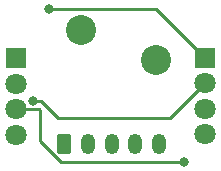
<source format=gbr>
%TF.GenerationSoftware,KiCad,Pcbnew,(6.0.9)*%
%TF.CreationDate,2023-06-19T17:18:25-04:00*%
%TF.ProjectId,ckc-mx,636b632d-6d78-42e6-9b69-6361645f7063,rev?*%
%TF.SameCoordinates,Original*%
%TF.FileFunction,Copper,L1,Top*%
%TF.FilePolarity,Positive*%
%FSLAX46Y46*%
G04 Gerber Fmt 4.6, Leading zero omitted, Abs format (unit mm)*
G04 Created by KiCad (PCBNEW (6.0.9)) date 2023-06-19 17:18:25*
%MOMM*%
%LPD*%
G01*
G04 APERTURE LIST*
G04 Aperture macros list*
%AMRoundRect*
0 Rectangle with rounded corners*
0 $1 Rounding radius*
0 $2 $3 $4 $5 $6 $7 $8 $9 X,Y pos of 4 corners*
0 Add a 4 corners polygon primitive as box body*
4,1,4,$2,$3,$4,$5,$6,$7,$8,$9,$2,$3,0*
0 Add four circle primitives for the rounded corners*
1,1,$1+$1,$2,$3*
1,1,$1+$1,$4,$5*
1,1,$1+$1,$6,$7*
1,1,$1+$1,$8,$9*
0 Add four rect primitives between the rounded corners*
20,1,$1+$1,$2,$3,$4,$5,0*
20,1,$1+$1,$4,$5,$6,$7,0*
20,1,$1+$1,$6,$7,$8,$9,0*
20,1,$1+$1,$8,$9,$2,$3,0*%
G04 Aperture macros list end*
%TA.AperFunction,ComponentPad*%
%ADD10C,2.540000*%
%TD*%
%TA.AperFunction,ComponentPad*%
%ADD11RoundRect,0.250000X-0.350000X-0.625000X0.350000X-0.625000X0.350000X0.625000X-0.350000X0.625000X0*%
%TD*%
%TA.AperFunction,ComponentPad*%
%ADD12O,1.200000X1.750000*%
%TD*%
%TA.AperFunction,ComponentPad*%
%ADD13R,1.800000X1.800000*%
%TD*%
%TA.AperFunction,ComponentPad*%
%ADD14C,1.800000*%
%TD*%
%TA.AperFunction,ViaPad*%
%ADD15C,0.800000*%
%TD*%
%TA.AperFunction,Conductor*%
%ADD16C,0.250000*%
%TD*%
G04 APERTURE END LIST*
D10*
%TO.P,SW1,1,1*%
%TO.N,Net-(SW1-Pad1)*%
X145891250Y-60801250D03*
%TO.P,SW1,2,2*%
%TO.N,Net-(J1-Pad2)*%
X152241250Y-63341250D03*
%TD*%
D11*
%TO.P,J1,1,Pin_1*%
%TO.N,Net-(SW1-Pad1)*%
X144500000Y-70500000D03*
D12*
%TO.P,J1,2,Pin_2*%
%TO.N,Net-(J1-Pad2)*%
X146500000Y-70500000D03*
%TO.P,J1,3,Pin_3*%
%TO.N,Net-(J1-Pad3)*%
X148500000Y-70500000D03*
%TO.P,J1,4,Pin_4*%
%TO.N,Net-(J1-Pad4)*%
X150500000Y-70500000D03*
%TO.P,J1,5,Pin_5*%
%TO.N,Net-(J1-Pad5)*%
X152500000Y-70500000D03*
%TD*%
D13*
%TO.P,LED2,1,RA*%
%TO.N,d*%
X140400000Y-63200000D03*
D14*
%TO.P,LED2,2,GA*%
%TO.N,s*%
X140400000Y-65359000D03*
%TO.P,LED2,3,BA*%
%TO.N,a*%
X140400000Y-67518000D03*
%TO.P,LED2,4,K*%
%TO.N,GND*%
X140400000Y-69677000D03*
%TD*%
D13*
%TO.P,LED1,1,RA*%
%TO.N,d*%
X156400000Y-63160000D03*
D14*
%TO.P,LED1,2,GA*%
%TO.N,s*%
X156400000Y-65319000D03*
%TO.P,LED1,3,BA*%
%TO.N,a*%
X156400000Y-67478000D03*
%TO.P,LED1,4,K*%
%TO.N,GND*%
X156400000Y-69637000D03*
%TD*%
D15*
%TO.N,a*%
X154600000Y-72000000D03*
%TO.N,s*%
X141806326Y-66793500D03*
%TO.N,d*%
X143200000Y-59000000D03*
%TD*%
D16*
%TO.N,a*%
X142318000Y-67518000D02*
X140400000Y-67518000D01*
X154600000Y-72000000D02*
X144211827Y-72000000D01*
X142400000Y-70188173D02*
X142400000Y-67600000D01*
X142400000Y-67600000D02*
X142318000Y-67518000D01*
X144211827Y-72000000D02*
X142400000Y-70188173D01*
%TO.N,s*%
X142529814Y-66793500D02*
X143986465Y-68250151D01*
X153468849Y-68250151D02*
X156400000Y-65319000D01*
X141806326Y-66793500D02*
X142529814Y-66793500D01*
X143986465Y-68250151D02*
X153468849Y-68250151D01*
%TO.N,d*%
X143200000Y-59000000D02*
X152240000Y-59000000D01*
X152240000Y-59000000D02*
X156400000Y-63160000D01*
%TD*%
M02*

</source>
